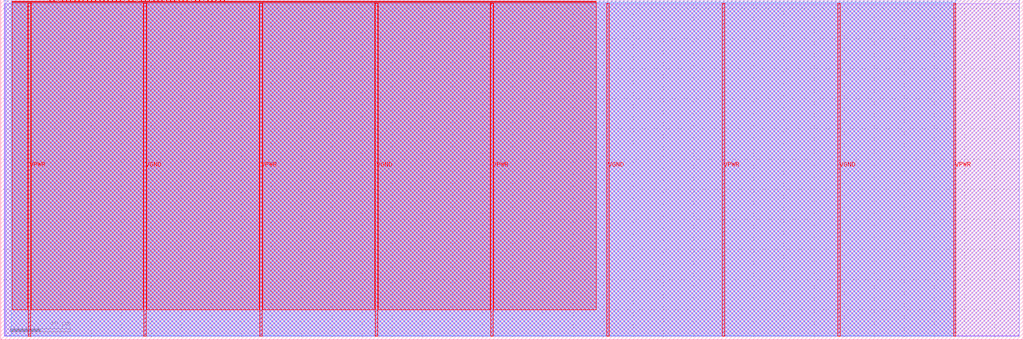
<source format=lef>
VERSION 5.7 ;
  NOWIREEXTENSIONATPIN ON ;
  DIVIDERCHAR "/" ;
  BUSBITCHARS "[]" ;
MACRO tt_um_rejunity_snn
  CLASS BLOCK ;
  FOREIGN tt_um_rejunity_snn ;
  ORIGIN 0.000 0.000 ;
  SIZE 678.960 BY 225.760 ;
  PIN VGND
    DIRECTION INOUT ;
    USE GROUND ;
    PORT
      LAYER met4 ;
        RECT 95.080 2.480 96.680 223.280 ;
    END
    PORT
      LAYER met4 ;
        RECT 248.680 2.480 250.280 223.280 ;
    END
    PORT
      LAYER met4 ;
        RECT 402.280 2.480 403.880 223.280 ;
    END
    PORT
      LAYER met4 ;
        RECT 555.880 2.480 557.480 223.280 ;
    END
  END VGND
  PIN VPWR
    DIRECTION INOUT ;
    USE POWER ;
    PORT
      LAYER met4 ;
        RECT 18.280 2.480 19.880 223.280 ;
    END
    PORT
      LAYER met4 ;
        RECT 171.880 2.480 173.480 223.280 ;
    END
    PORT
      LAYER met4 ;
        RECT 325.480 2.480 327.080 223.280 ;
    END
    PORT
      LAYER met4 ;
        RECT 479.080 2.480 480.680 223.280 ;
    END
    PORT
      LAYER met4 ;
        RECT 632.680 2.480 634.280 223.280 ;
    END
  END VPWR
  PIN clk
    DIRECTION INPUT ;
    USE SIGNAL ;
    ANTENNAGATEAREA 0.852000 ;
    PORT
      LAYER met4 ;
        RECT 145.670 224.760 145.970 225.760 ;
    END
  END clk
  PIN ena
    DIRECTION INPUT ;
    USE SIGNAL ;
    PORT
      LAYER met4 ;
        RECT 148.430 224.760 148.730 225.760 ;
    END
  END ena
  PIN rst_n
    DIRECTION INPUT ;
    USE SIGNAL ;
    ANTENNAGATEAREA 0.247500 ;
    PORT
      LAYER met4 ;
        RECT 142.910 224.760 143.210 225.760 ;
    END
  END rst_n
  PIN ui_in[0]
    DIRECTION INPUT ;
    USE SIGNAL ;
    ANTENNAGATEAREA 0.213000 ;
    PORT
      LAYER met4 ;
        RECT 140.150 224.760 140.450 225.760 ;
    END
  END ui_in[0]
  PIN ui_in[1]
    DIRECTION INPUT ;
    USE SIGNAL ;
    ANTENNAGATEAREA 0.159000 ;
    PORT
      LAYER met4 ;
        RECT 137.390 224.760 137.690 225.760 ;
    END
  END ui_in[1]
  PIN ui_in[2]
    DIRECTION INPUT ;
    USE SIGNAL ;
    ANTENNAGATEAREA 0.213000 ;
    PORT
      LAYER met4 ;
        RECT 134.630 224.760 134.930 225.760 ;
    END
  END ui_in[2]
  PIN ui_in[3]
    DIRECTION INPUT ;
    USE SIGNAL ;
    ANTENNAGATEAREA 0.213000 ;
    PORT
      LAYER met4 ;
        RECT 131.870 224.760 132.170 225.760 ;
    END
  END ui_in[3]
  PIN ui_in[4]
    DIRECTION INPUT ;
    USE SIGNAL ;
    ANTENNAGATEAREA 0.213000 ;
    PORT
      LAYER met4 ;
        RECT 129.110 224.760 129.410 225.760 ;
    END
  END ui_in[4]
  PIN ui_in[5]
    DIRECTION INPUT ;
    USE SIGNAL ;
    ANTENNAGATEAREA 0.213000 ;
    PORT
      LAYER met4 ;
        RECT 126.350 224.760 126.650 225.760 ;
    END
  END ui_in[5]
  PIN ui_in[6]
    DIRECTION INPUT ;
    USE SIGNAL ;
    ANTENNAGATEAREA 0.196500 ;
    PORT
      LAYER met4 ;
        RECT 123.590 224.760 123.890 225.760 ;
    END
  END ui_in[6]
  PIN ui_in[7]
    DIRECTION INPUT ;
    USE SIGNAL ;
    ANTENNAGATEAREA 0.196500 ;
    PORT
      LAYER met4 ;
        RECT 120.830 224.760 121.130 225.760 ;
    END
  END ui_in[7]
  PIN uio_in[0]
    DIRECTION INPUT ;
    USE SIGNAL ;
    ANTENNAGATEAREA 0.213000 ;
    PORT
      LAYER met4 ;
        RECT 118.070 224.760 118.370 225.760 ;
    END
  END uio_in[0]
  PIN uio_in[1]
    DIRECTION INPUT ;
    USE SIGNAL ;
    PORT
      LAYER met4 ;
        RECT 115.310 224.760 115.610 225.760 ;
    END
  END uio_in[1]
  PIN uio_in[2]
    DIRECTION INPUT ;
    USE SIGNAL ;
    ANTENNAGATEAREA 0.126000 ;
    PORT
      LAYER met4 ;
        RECT 112.550 224.760 112.850 225.760 ;
    END
  END uio_in[2]
  PIN uio_in[3]
    DIRECTION INPUT ;
    USE SIGNAL ;
    ANTENNAGATEAREA 0.213000 ;
    PORT
      LAYER met4 ;
        RECT 109.790 224.760 110.090 225.760 ;
    END
  END uio_in[3]
  PIN uio_in[4]
    DIRECTION INPUT ;
    USE SIGNAL ;
    ANTENNAGATEAREA 0.126000 ;
    PORT
      LAYER met4 ;
        RECT 107.030 224.760 107.330 225.760 ;
    END
  END uio_in[4]
  PIN uio_in[5]
    DIRECTION INPUT ;
    USE SIGNAL ;
    PORT
      LAYER met4 ;
        RECT 104.270 224.760 104.570 225.760 ;
    END
  END uio_in[5]
  PIN uio_in[6]
    DIRECTION INPUT ;
    USE SIGNAL ;
    PORT
      LAYER met4 ;
        RECT 101.510 224.760 101.810 225.760 ;
    END
  END uio_in[6]
  PIN uio_in[7]
    DIRECTION INPUT ;
    USE SIGNAL ;
    PORT
      LAYER met4 ;
        RECT 98.750 224.760 99.050 225.760 ;
    END
  END uio_in[7]
  PIN uio_oe[0]
    DIRECTION OUTPUT TRISTATE ;
    USE SIGNAL ;
    PORT
      LAYER met4 ;
        RECT 51.830 224.760 52.130 225.760 ;
    END
  END uio_oe[0]
  PIN uio_oe[1]
    DIRECTION OUTPUT TRISTATE ;
    USE SIGNAL ;
    PORT
      LAYER met4 ;
        RECT 49.070 224.760 49.370 225.760 ;
    END
  END uio_oe[1]
  PIN uio_oe[2]
    DIRECTION OUTPUT TRISTATE ;
    USE SIGNAL ;
    PORT
      LAYER met4 ;
        RECT 46.310 224.760 46.610 225.760 ;
    END
  END uio_oe[2]
  PIN uio_oe[3]
    DIRECTION OUTPUT TRISTATE ;
    USE SIGNAL ;
    PORT
      LAYER met4 ;
        RECT 43.550 224.760 43.850 225.760 ;
    END
  END uio_oe[3]
  PIN uio_oe[4]
    DIRECTION OUTPUT TRISTATE ;
    USE SIGNAL ;
    PORT
      LAYER met4 ;
        RECT 40.790 224.760 41.090 225.760 ;
    END
  END uio_oe[4]
  PIN uio_oe[5]
    DIRECTION OUTPUT TRISTATE ;
    USE SIGNAL ;
    PORT
      LAYER met4 ;
        RECT 38.030 224.760 38.330 225.760 ;
    END
  END uio_oe[5]
  PIN uio_oe[6]
    DIRECTION OUTPUT TRISTATE ;
    USE SIGNAL ;
    PORT
      LAYER met4 ;
        RECT 35.270 224.760 35.570 225.760 ;
    END
  END uio_oe[6]
  PIN uio_oe[7]
    DIRECTION OUTPUT TRISTATE ;
    USE SIGNAL ;
    PORT
      LAYER met4 ;
        RECT 32.510 224.760 32.810 225.760 ;
    END
  END uio_oe[7]
  PIN uio_out[0]
    DIRECTION OUTPUT TRISTATE ;
    USE SIGNAL ;
    PORT
      LAYER met4 ;
        RECT 73.910 224.760 74.210 225.760 ;
    END
  END uio_out[0]
  PIN uio_out[1]
    DIRECTION OUTPUT TRISTATE ;
    USE SIGNAL ;
    PORT
      LAYER met4 ;
        RECT 71.150 224.760 71.450 225.760 ;
    END
  END uio_out[1]
  PIN uio_out[2]
    DIRECTION OUTPUT TRISTATE ;
    USE SIGNAL ;
    PORT
      LAYER met4 ;
        RECT 68.390 224.760 68.690 225.760 ;
    END
  END uio_out[2]
  PIN uio_out[3]
    DIRECTION OUTPUT TRISTATE ;
    USE SIGNAL ;
    PORT
      LAYER met4 ;
        RECT 65.630 224.760 65.930 225.760 ;
    END
  END uio_out[3]
  PIN uio_out[4]
    DIRECTION OUTPUT TRISTATE ;
    USE SIGNAL ;
    PORT
      LAYER met4 ;
        RECT 62.870 224.760 63.170 225.760 ;
    END
  END uio_out[4]
  PIN uio_out[5]
    DIRECTION OUTPUT TRISTATE ;
    USE SIGNAL ;
    PORT
      LAYER met4 ;
        RECT 60.110 224.760 60.410 225.760 ;
    END
  END uio_out[5]
  PIN uio_out[6]
    DIRECTION OUTPUT TRISTATE ;
    USE SIGNAL ;
    PORT
      LAYER met4 ;
        RECT 57.350 224.760 57.650 225.760 ;
    END
  END uio_out[6]
  PIN uio_out[7]
    DIRECTION OUTPUT TRISTATE ;
    USE SIGNAL ;
    PORT
      LAYER met4 ;
        RECT 54.590 224.760 54.890 225.760 ;
    END
  END uio_out[7]
  PIN uo_out[0]
    DIRECTION OUTPUT TRISTATE ;
    USE SIGNAL ;
    ANTENNADIFFAREA 0.795200 ;
    PORT
      LAYER met4 ;
        RECT 95.990 224.760 96.290 225.760 ;
    END
  END uo_out[0]
  PIN uo_out[1]
    DIRECTION OUTPUT TRISTATE ;
    USE SIGNAL ;
    ANTENNADIFFAREA 0.795200 ;
    PORT
      LAYER met4 ;
        RECT 93.230 224.760 93.530 225.760 ;
    END
  END uo_out[1]
  PIN uo_out[2]
    DIRECTION OUTPUT TRISTATE ;
    USE SIGNAL ;
    ANTENNADIFFAREA 0.795200 ;
    PORT
      LAYER met4 ;
        RECT 90.470 224.760 90.770 225.760 ;
    END
  END uo_out[2]
  PIN uo_out[3]
    DIRECTION OUTPUT TRISTATE ;
    USE SIGNAL ;
    ANTENNADIFFAREA 0.795200 ;
    PORT
      LAYER met4 ;
        RECT 87.710 224.760 88.010 225.760 ;
    END
  END uo_out[3]
  PIN uo_out[4]
    DIRECTION OUTPUT TRISTATE ;
    USE SIGNAL ;
    ANTENNADIFFAREA 0.795200 ;
    PORT
      LAYER met4 ;
        RECT 84.950 224.760 85.250 225.760 ;
    END
  END uo_out[4]
  PIN uo_out[5]
    DIRECTION OUTPUT TRISTATE ;
    USE SIGNAL ;
    ANTENNADIFFAREA 0.795200 ;
    PORT
      LAYER met4 ;
        RECT 82.190 224.760 82.490 225.760 ;
    END
  END uo_out[5]
  PIN uo_out[6]
    DIRECTION OUTPUT TRISTATE ;
    USE SIGNAL ;
    ANTENNADIFFAREA 0.795200 ;
    PORT
      LAYER met4 ;
        RECT 79.430 224.760 79.730 225.760 ;
    END
  END uo_out[6]
  PIN uo_out[7]
    DIRECTION OUTPUT TRISTATE ;
    USE SIGNAL ;
    ANTENNADIFFAREA 0.891000 ;
    PORT
      LAYER met4 ;
        RECT 76.670 224.760 76.970 225.760 ;
    END
  END uo_out[7]
  OBS
      LAYER li1 ;
        RECT 2.760 2.635 676.200 223.125 ;
      LAYER met1 ;
        RECT 2.460 2.480 676.200 225.720 ;
      LAYER met2 ;
        RECT 3.320 2.535 634.250 225.750 ;
      LAYER met3 ;
        RECT 6.965 2.555 634.270 224.225 ;
      LAYER met4 ;
        RECT 7.655 224.360 32.110 224.760 ;
        RECT 33.210 224.360 34.870 224.760 ;
        RECT 35.970 224.360 37.630 224.760 ;
        RECT 38.730 224.360 40.390 224.760 ;
        RECT 41.490 224.360 43.150 224.760 ;
        RECT 44.250 224.360 45.910 224.760 ;
        RECT 47.010 224.360 48.670 224.760 ;
        RECT 49.770 224.360 51.430 224.760 ;
        RECT 52.530 224.360 54.190 224.760 ;
        RECT 55.290 224.360 56.950 224.760 ;
        RECT 58.050 224.360 59.710 224.760 ;
        RECT 60.810 224.360 62.470 224.760 ;
        RECT 63.570 224.360 65.230 224.760 ;
        RECT 66.330 224.360 67.990 224.760 ;
        RECT 69.090 224.360 70.750 224.760 ;
        RECT 71.850 224.360 73.510 224.760 ;
        RECT 74.610 224.360 76.270 224.760 ;
        RECT 77.370 224.360 79.030 224.760 ;
        RECT 80.130 224.360 81.790 224.760 ;
        RECT 82.890 224.360 84.550 224.760 ;
        RECT 85.650 224.360 87.310 224.760 ;
        RECT 88.410 224.360 90.070 224.760 ;
        RECT 91.170 224.360 92.830 224.760 ;
        RECT 93.930 224.360 95.590 224.760 ;
        RECT 96.690 224.360 98.350 224.760 ;
        RECT 99.450 224.360 101.110 224.760 ;
        RECT 102.210 224.360 103.870 224.760 ;
        RECT 104.970 224.360 106.630 224.760 ;
        RECT 107.730 224.360 109.390 224.760 ;
        RECT 110.490 224.360 112.150 224.760 ;
        RECT 113.250 224.360 114.910 224.760 ;
        RECT 116.010 224.360 117.670 224.760 ;
        RECT 118.770 224.360 120.430 224.760 ;
        RECT 121.530 224.360 123.190 224.760 ;
        RECT 124.290 224.360 125.950 224.760 ;
        RECT 127.050 224.360 128.710 224.760 ;
        RECT 129.810 224.360 131.470 224.760 ;
        RECT 132.570 224.360 134.230 224.760 ;
        RECT 135.330 224.360 136.990 224.760 ;
        RECT 138.090 224.360 139.750 224.760 ;
        RECT 140.850 224.360 142.510 224.760 ;
        RECT 143.610 224.360 145.270 224.760 ;
        RECT 146.370 224.360 148.030 224.760 ;
        RECT 149.130 224.360 395.305 224.760 ;
        RECT 7.655 223.680 395.305 224.360 ;
        RECT 7.655 19.895 17.880 223.680 ;
        RECT 20.280 19.895 94.680 223.680 ;
        RECT 97.080 19.895 171.480 223.680 ;
        RECT 173.880 19.895 248.280 223.680 ;
        RECT 250.680 19.895 325.080 223.680 ;
        RECT 327.480 19.895 395.305 223.680 ;
  END
END tt_um_rejunity_snn
END LIBRARY


</source>
